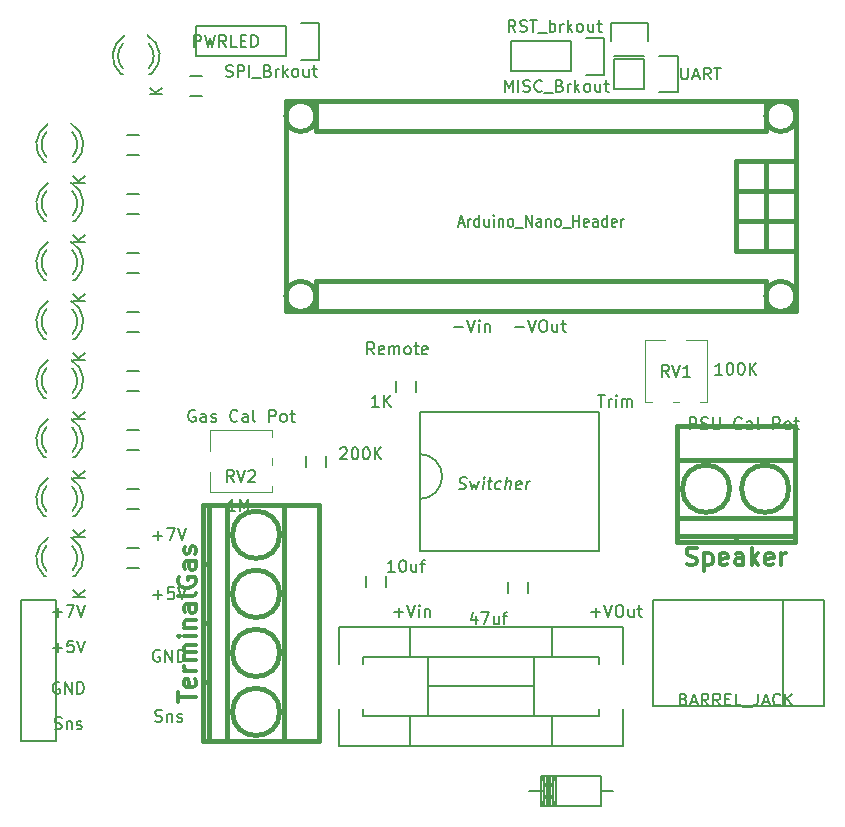
<source format=gto>
G04 #@! TF.GenerationSoftware,KiCad,Pcbnew,5.0.0-rc2*
G04 #@! TF.CreationDate,2019-05-01T21:11:32-04:00*
G04 #@! TF.ProjectId,gassensor,67617373656E736F722E6B696361645F,rev?*
G04 #@! TF.SameCoordinates,Original*
G04 #@! TF.FileFunction,Legend,Top*
G04 #@! TF.FilePolarity,Positive*
%FSLAX46Y46*%
G04 Gerber Fmt 4.6, Leading zero omitted, Abs format (unit mm)*
G04 Created by KiCad (PCBNEW 5.0.0-rc2) date Wed May  1 21:11:32 2019*
%MOMM*%
%LPD*%
G01*
G04 APERTURE LIST*
%ADD10C,0.152400*%
%ADD11C,0.150000*%
%ADD12C,0.381000*%
%ADD13C,0.120000*%
%ADD14C,0.203200*%
%ADD15C,0.300000*%
G04 APERTURE END LIST*
D10*
X110838857Y-119791238D02*
X110983999Y-119839619D01*
X111225904Y-119839619D01*
X111322666Y-119791238D01*
X111371047Y-119742857D01*
X111419428Y-119646095D01*
X111419428Y-119549333D01*
X111371047Y-119452571D01*
X111322666Y-119404190D01*
X111225904Y-119355809D01*
X111032380Y-119307428D01*
X110935619Y-119259047D01*
X110887238Y-119210666D01*
X110838857Y-119113904D01*
X110838857Y-119017142D01*
X110887238Y-118920380D01*
X110935619Y-118872000D01*
X111032380Y-118823619D01*
X111274285Y-118823619D01*
X111419428Y-118872000D01*
X111854857Y-119162285D02*
X111854857Y-119839619D01*
X111854857Y-119259047D02*
X111903238Y-119210666D01*
X111999999Y-119162285D01*
X112145142Y-119162285D01*
X112241904Y-119210666D01*
X112290285Y-119307428D01*
X112290285Y-119839619D01*
X112725714Y-119791238D02*
X112822476Y-119839619D01*
X113015999Y-119839619D01*
X113112761Y-119791238D01*
X113161142Y-119694476D01*
X113161142Y-119646095D01*
X113112761Y-119549333D01*
X113015999Y-119500952D01*
X112870857Y-119500952D01*
X112774095Y-119452571D01*
X112725714Y-119355809D01*
X112725714Y-119307428D01*
X112774095Y-119210666D01*
X112870857Y-119162285D01*
X113015999Y-119162285D01*
X113112761Y-119210666D01*
X111225904Y-113792000D02*
X111129142Y-113743619D01*
X110983999Y-113743619D01*
X110838857Y-113792000D01*
X110742095Y-113888761D01*
X110693714Y-113985523D01*
X110645333Y-114179047D01*
X110645333Y-114324190D01*
X110693714Y-114517714D01*
X110742095Y-114614476D01*
X110838857Y-114711238D01*
X110983999Y-114759619D01*
X111080761Y-114759619D01*
X111225904Y-114711238D01*
X111274285Y-114662857D01*
X111274285Y-114324190D01*
X111080761Y-114324190D01*
X111709714Y-114759619D02*
X111709714Y-113743619D01*
X112290285Y-114759619D01*
X112290285Y-113743619D01*
X112774095Y-114759619D02*
X112774095Y-113743619D01*
X113015999Y-113743619D01*
X113161142Y-113792000D01*
X113257904Y-113888761D01*
X113306285Y-113985523D01*
X113354666Y-114179047D01*
X113354666Y-114324190D01*
X113306285Y-114517714D01*
X113257904Y-114614476D01*
X113161142Y-114711238D01*
X113015999Y-114759619D01*
X112774095Y-114759619D01*
X110693714Y-109072571D02*
X111467809Y-109072571D01*
X111080761Y-109459619D02*
X111080761Y-108685523D01*
X112435428Y-108443619D02*
X111951619Y-108443619D01*
X111903238Y-108927428D01*
X111951619Y-108879047D01*
X112048380Y-108830666D01*
X112290285Y-108830666D01*
X112387047Y-108879047D01*
X112435428Y-108927428D01*
X112483809Y-109024190D01*
X112483809Y-109266095D01*
X112435428Y-109362857D01*
X112387047Y-109411238D01*
X112290285Y-109459619D01*
X112048380Y-109459619D01*
X111951619Y-109411238D01*
X111903238Y-109362857D01*
X112774095Y-108443619D02*
X113112761Y-109459619D01*
X113451428Y-108443619D01*
X110693714Y-104072571D02*
X111467809Y-104072571D01*
X111080761Y-104459619D02*
X111080761Y-103685523D01*
X111854857Y-103443619D02*
X112532190Y-103443619D01*
X112096761Y-104459619D01*
X112774095Y-103443619D02*
X113112761Y-104459619D01*
X113451428Y-103443619D01*
X156107190Y-95074619D02*
X156107190Y-94058619D01*
X156494238Y-94058619D01*
X156590999Y-94107000D01*
X156639380Y-94155380D01*
X156687761Y-94252142D01*
X156687761Y-94397285D01*
X156639380Y-94494047D01*
X156590999Y-94542428D01*
X156494238Y-94590809D01*
X156107190Y-94590809D01*
X157074809Y-95026238D02*
X157219952Y-95074619D01*
X157461857Y-95074619D01*
X157558619Y-95026238D01*
X157606999Y-94977857D01*
X157655380Y-94881095D01*
X157655380Y-94784333D01*
X157606999Y-94687571D01*
X157558619Y-94639190D01*
X157461857Y-94590809D01*
X157268333Y-94542428D01*
X157171571Y-94494047D01*
X157123190Y-94445666D01*
X157074809Y-94348904D01*
X157074809Y-94252142D01*
X157123190Y-94155380D01*
X157171571Y-94107000D01*
X157268333Y-94058619D01*
X157510238Y-94058619D01*
X157655380Y-94107000D01*
X158090809Y-94058619D02*
X158090809Y-94881095D01*
X158139190Y-94977857D01*
X158187571Y-95026238D01*
X158284333Y-95074619D01*
X158477857Y-95074619D01*
X158574619Y-95026238D01*
X158622999Y-94977857D01*
X158671380Y-94881095D01*
X158671380Y-94058619D01*
X160509857Y-94977857D02*
X160461476Y-95026238D01*
X160316333Y-95074619D01*
X160219571Y-95074619D01*
X160074428Y-95026238D01*
X159977666Y-94929476D01*
X159929285Y-94832714D01*
X159880904Y-94639190D01*
X159880904Y-94494047D01*
X159929285Y-94300523D01*
X159977666Y-94203761D01*
X160074428Y-94107000D01*
X160219571Y-94058619D01*
X160316333Y-94058619D01*
X160461476Y-94107000D01*
X160509857Y-94155380D01*
X161380714Y-95074619D02*
X161380714Y-94542428D01*
X161332333Y-94445666D01*
X161235571Y-94397285D01*
X161042047Y-94397285D01*
X160945285Y-94445666D01*
X161380714Y-95026238D02*
X161283952Y-95074619D01*
X161042047Y-95074619D01*
X160945285Y-95026238D01*
X160896904Y-94929476D01*
X160896904Y-94832714D01*
X160945285Y-94735952D01*
X161042047Y-94687571D01*
X161283952Y-94687571D01*
X161380714Y-94639190D01*
X162009666Y-95074619D02*
X161912904Y-95026238D01*
X161864523Y-94929476D01*
X161864523Y-94058619D01*
X163170809Y-95074619D02*
X163170809Y-94058619D01*
X163557857Y-94058619D01*
X163654619Y-94107000D01*
X163702999Y-94155380D01*
X163751380Y-94252142D01*
X163751380Y-94397285D01*
X163702999Y-94494047D01*
X163654619Y-94542428D01*
X163557857Y-94590809D01*
X163170809Y-94590809D01*
X164331952Y-95074619D02*
X164235190Y-95026238D01*
X164186809Y-94977857D01*
X164138428Y-94881095D01*
X164138428Y-94590809D01*
X164186809Y-94494047D01*
X164235190Y-94445666D01*
X164331952Y-94397285D01*
X164477095Y-94397285D01*
X164573857Y-94445666D01*
X164622238Y-94494047D01*
X164670619Y-94590809D01*
X164670619Y-94881095D01*
X164622238Y-94977857D01*
X164573857Y-95026238D01*
X164477095Y-95074619D01*
X164331952Y-95074619D01*
X164960904Y-94397285D02*
X165347952Y-94397285D01*
X165106047Y-94058619D02*
X165106047Y-94929476D01*
X165154428Y-95026238D01*
X165251190Y-95074619D01*
X165347952Y-95074619D01*
X114239523Y-93472000D02*
X114142761Y-93423619D01*
X113997619Y-93423619D01*
X113852476Y-93472000D01*
X113755714Y-93568761D01*
X113707333Y-93665523D01*
X113658952Y-93859047D01*
X113658952Y-94004190D01*
X113707333Y-94197714D01*
X113755714Y-94294476D01*
X113852476Y-94391238D01*
X113997619Y-94439619D01*
X114094380Y-94439619D01*
X114239523Y-94391238D01*
X114287904Y-94342857D01*
X114287904Y-94004190D01*
X114094380Y-94004190D01*
X115158761Y-94439619D02*
X115158761Y-93907428D01*
X115110380Y-93810666D01*
X115013619Y-93762285D01*
X114820095Y-93762285D01*
X114723333Y-93810666D01*
X115158761Y-94391238D02*
X115061999Y-94439619D01*
X114820095Y-94439619D01*
X114723333Y-94391238D01*
X114674952Y-94294476D01*
X114674952Y-94197714D01*
X114723333Y-94100952D01*
X114820095Y-94052571D01*
X115061999Y-94052571D01*
X115158761Y-94004190D01*
X115594190Y-94391238D02*
X115690952Y-94439619D01*
X115884476Y-94439619D01*
X115981238Y-94391238D01*
X116029619Y-94294476D01*
X116029619Y-94246095D01*
X115981238Y-94149333D01*
X115884476Y-94100952D01*
X115739333Y-94100952D01*
X115642571Y-94052571D01*
X115594190Y-93955809D01*
X115594190Y-93907428D01*
X115642571Y-93810666D01*
X115739333Y-93762285D01*
X115884476Y-93762285D01*
X115981238Y-93810666D01*
X117819714Y-94342857D02*
X117771333Y-94391238D01*
X117626190Y-94439619D01*
X117529428Y-94439619D01*
X117384285Y-94391238D01*
X117287523Y-94294476D01*
X117239142Y-94197714D01*
X117190761Y-94004190D01*
X117190761Y-93859047D01*
X117239142Y-93665523D01*
X117287523Y-93568761D01*
X117384285Y-93472000D01*
X117529428Y-93423619D01*
X117626190Y-93423619D01*
X117771333Y-93472000D01*
X117819714Y-93520380D01*
X118690571Y-94439619D02*
X118690571Y-93907428D01*
X118642190Y-93810666D01*
X118545428Y-93762285D01*
X118351904Y-93762285D01*
X118255142Y-93810666D01*
X118690571Y-94391238D02*
X118593809Y-94439619D01*
X118351904Y-94439619D01*
X118255142Y-94391238D01*
X118206761Y-94294476D01*
X118206761Y-94197714D01*
X118255142Y-94100952D01*
X118351904Y-94052571D01*
X118593809Y-94052571D01*
X118690571Y-94004190D01*
X119319523Y-94439619D02*
X119222761Y-94391238D01*
X119174380Y-94294476D01*
X119174380Y-93423619D01*
X120480666Y-94439619D02*
X120480666Y-93423619D01*
X120867714Y-93423619D01*
X120964476Y-93472000D01*
X121012857Y-93520380D01*
X121061238Y-93617142D01*
X121061238Y-93762285D01*
X121012857Y-93859047D01*
X120964476Y-93907428D01*
X120867714Y-93955809D01*
X120480666Y-93955809D01*
X121641809Y-94439619D02*
X121545047Y-94391238D01*
X121496666Y-94342857D01*
X121448285Y-94246095D01*
X121448285Y-93955809D01*
X121496666Y-93859047D01*
X121545047Y-93810666D01*
X121641809Y-93762285D01*
X121786952Y-93762285D01*
X121883714Y-93810666D01*
X121932095Y-93859047D01*
X121980476Y-93955809D01*
X121980476Y-94246095D01*
X121932095Y-94342857D01*
X121883714Y-94391238D01*
X121786952Y-94439619D01*
X121641809Y-94439619D01*
X122270761Y-93762285D02*
X122657809Y-93762285D01*
X122415904Y-93423619D02*
X122415904Y-94294476D01*
X122464285Y-94391238D01*
X122561047Y-94439619D01*
X122657809Y-94439619D01*
D11*
G04 #@! TO.C,C1*
X128690000Y-107450000D02*
X128690000Y-108450000D01*
X130390000Y-108450000D02*
X130390000Y-107450000D01*
G04 #@! TO.C,C2*
X140755000Y-107958000D02*
X140755000Y-108958000D01*
X142455000Y-108958000D02*
X142455000Y-107958000D01*
G04 #@! TO.C,CON1*
X164000500Y-118500880D02*
X164000500Y-109499120D01*
X167500620Y-118500880D02*
X167500620Y-109499120D01*
X167500620Y-109499120D02*
X152999760Y-109499120D01*
X152999760Y-109499120D02*
X152999760Y-118500880D01*
X152999760Y-118500880D02*
X167500620Y-118500880D01*
G04 #@! TO.C,D1*
X148590000Y-125727460D02*
X149606000Y-125727460D01*
X143764000Y-125727460D02*
X142494000Y-125727460D01*
X144018000Y-124457460D02*
X144018000Y-126997460D01*
X144272000Y-124457460D02*
X144272000Y-126997460D01*
X144526000Y-124457460D02*
X144526000Y-126997460D01*
X143764000Y-124457460D02*
X143764000Y-126997460D01*
X144780000Y-124457460D02*
X143510000Y-126997460D01*
X143510000Y-124457460D02*
X144780000Y-126997460D01*
X144780000Y-124457460D02*
X144780000Y-126997460D01*
X144145000Y-124457460D02*
X144145000Y-126997460D01*
X143510000Y-126997460D02*
X143510000Y-124457460D01*
X143510000Y-124457460D02*
X148590000Y-124457460D01*
X148590000Y-124457460D02*
X148590000Y-126997460D01*
X148590000Y-126997460D02*
X143510000Y-126997460D01*
G04 #@! TO.C,D2*
X110534000Y-64969000D02*
X110334000Y-64969000D01*
X107940000Y-64969000D02*
X108120000Y-64969000D01*
X108250357Y-61741256D02*
G75*
G03X107934000Y-64969000I1003643J-1727744D01*
G01*
X108120932Y-62416994D02*
G75*
G03X108120000Y-64520000I1133068J-1052006D01*
G01*
X110560726Y-64956220D02*
G75*
G03X110214000Y-61719000I-1306726J1497220D01*
G01*
X110333253Y-64482889D02*
G75*
G03X110314000Y-62435000I-1079253J1013889D01*
G01*
G04 #@! TO.C,D3*
X104064000Y-72449000D02*
X103864000Y-72449000D01*
X101470000Y-72449000D02*
X101650000Y-72449000D01*
X101780357Y-69221256D02*
G75*
G03X101464000Y-72449000I1003643J-1727744D01*
G01*
X101650932Y-69896994D02*
G75*
G03X101650000Y-72000000I1133068J-1052006D01*
G01*
X104090726Y-72436220D02*
G75*
G03X103744000Y-69199000I-1306726J1497220D01*
G01*
X103863253Y-71962889D02*
G75*
G03X103844000Y-69915000I-1079253J1013889D01*
G01*
G04 #@! TO.C,D4*
X103863253Y-76962889D02*
G75*
G03X103844000Y-74915000I-1079253J1013889D01*
G01*
X104090726Y-77436220D02*
G75*
G03X103744000Y-74199000I-1306726J1497220D01*
G01*
X101650932Y-74896994D02*
G75*
G03X101650000Y-77000000I1133068J-1052006D01*
G01*
X101780357Y-74221256D02*
G75*
G03X101464000Y-77449000I1003643J-1727744D01*
G01*
X101470000Y-77449000D02*
X101650000Y-77449000D01*
X104064000Y-77449000D02*
X103864000Y-77449000D01*
G04 #@! TO.C,D5*
X104064000Y-82449000D02*
X103864000Y-82449000D01*
X101470000Y-82449000D02*
X101650000Y-82449000D01*
X101780357Y-79221256D02*
G75*
G03X101464000Y-82449000I1003643J-1727744D01*
G01*
X101650932Y-79896994D02*
G75*
G03X101650000Y-82000000I1133068J-1052006D01*
G01*
X104090726Y-82436220D02*
G75*
G03X103744000Y-79199000I-1306726J1497220D01*
G01*
X103863253Y-81962889D02*
G75*
G03X103844000Y-79915000I-1079253J1013889D01*
G01*
G04 #@! TO.C,D6*
X104064000Y-87449000D02*
X103864000Y-87449000D01*
X101470000Y-87449000D02*
X101650000Y-87449000D01*
X101780357Y-84221256D02*
G75*
G03X101464000Y-87449000I1003643J-1727744D01*
G01*
X101650932Y-84896994D02*
G75*
G03X101650000Y-87000000I1133068J-1052006D01*
G01*
X104090726Y-87436220D02*
G75*
G03X103744000Y-84199000I-1306726J1497220D01*
G01*
X103863253Y-86962889D02*
G75*
G03X103844000Y-84915000I-1079253J1013889D01*
G01*
G04 #@! TO.C,D7*
X103863253Y-91962889D02*
G75*
G03X103844000Y-89915000I-1079253J1013889D01*
G01*
X104090726Y-92436220D02*
G75*
G03X103744000Y-89199000I-1306726J1497220D01*
G01*
X101650932Y-89896994D02*
G75*
G03X101650000Y-92000000I1133068J-1052006D01*
G01*
X101780357Y-89221256D02*
G75*
G03X101464000Y-92449000I1003643J-1727744D01*
G01*
X101470000Y-92449000D02*
X101650000Y-92449000D01*
X104064000Y-92449000D02*
X103864000Y-92449000D01*
G04 #@! TO.C,D8*
X103863253Y-96962889D02*
G75*
G03X103844000Y-94915000I-1079253J1013889D01*
G01*
X104090726Y-97436220D02*
G75*
G03X103744000Y-94199000I-1306726J1497220D01*
G01*
X101650932Y-94896994D02*
G75*
G03X101650000Y-97000000I1133068J-1052006D01*
G01*
X101780357Y-94221256D02*
G75*
G03X101464000Y-97449000I1003643J-1727744D01*
G01*
X101470000Y-97449000D02*
X101650000Y-97449000D01*
X104064000Y-97449000D02*
X103864000Y-97449000D01*
G04 #@! TO.C,D9*
X103863253Y-101962889D02*
G75*
G03X103844000Y-99915000I-1079253J1013889D01*
G01*
X104090726Y-102436220D02*
G75*
G03X103744000Y-99199000I-1306726J1497220D01*
G01*
X101650932Y-99896994D02*
G75*
G03X101650000Y-102000000I1133068J-1052006D01*
G01*
X101780357Y-99221256D02*
G75*
G03X101464000Y-102449000I1003643J-1727744D01*
G01*
X101470000Y-102449000D02*
X101650000Y-102449000D01*
X104064000Y-102449000D02*
X103864000Y-102449000D01*
G04 #@! TO.C,D10*
X103863253Y-107002889D02*
G75*
G03X103844000Y-104955000I-1079253J1013889D01*
G01*
X104090726Y-107476220D02*
G75*
G03X103744000Y-104239000I-1306726J1497220D01*
G01*
X101650932Y-104936994D02*
G75*
G03X101650000Y-107040000I1133068J-1052006D01*
G01*
X101780357Y-104261256D02*
G75*
G03X101464000Y-107489000I1003643J-1727744D01*
G01*
X101470000Y-107489000D02*
X101650000Y-107489000D01*
X104064000Y-107489000D02*
X103864000Y-107489000D01*
G04 #@! TO.C,F1*
X132430520Y-114340640D02*
X132430520Y-111838740D01*
X132430520Y-121841260D02*
X132430520Y-119339360D01*
X144429480Y-121841260D02*
X144429480Y-119339360D01*
X144429480Y-111838740D02*
X144429480Y-114340640D01*
X133929120Y-116840000D02*
X142930880Y-116840000D01*
X133929120Y-114340640D02*
X133929120Y-119339360D01*
X142930880Y-114340640D02*
X142930880Y-119339360D01*
X148429980Y-114940080D02*
X148429980Y-114340640D01*
X128430020Y-118739920D02*
X128430020Y-119339360D01*
X128430020Y-119339360D02*
X148429980Y-119339360D01*
X148429980Y-119339360D02*
X148429980Y-118739920D01*
X148429980Y-114340640D02*
X128430020Y-114340640D01*
X128430020Y-114340640D02*
X128430020Y-114940080D01*
X150428960Y-114940080D02*
X150428960Y-111838740D01*
X126431040Y-118739920D02*
X126431040Y-121841260D01*
X126431040Y-121841260D02*
X150428960Y-121841260D01*
X150428960Y-121841260D02*
X150428960Y-118739920D01*
X150428960Y-111838740D02*
X126431040Y-111838740D01*
X126431040Y-111838740D02*
X126431040Y-114940080D01*
D12*
G04 #@! TO.C,J1*
X160020000Y-77470000D02*
X165100000Y-77470000D01*
X160020000Y-74930000D02*
X165100000Y-74930000D01*
X162560000Y-80010000D02*
X162560000Y-72390000D01*
X165100000Y-80010000D02*
X160020000Y-80010000D01*
X160020000Y-80010000D02*
X160020000Y-72390000D01*
X160020000Y-72390000D02*
X165100000Y-72390000D01*
X121920000Y-85090000D02*
X165100000Y-85090000D01*
X165100000Y-67310000D02*
X121920000Y-67310000D01*
X165100000Y-67310000D02*
X165100000Y-85090000D01*
X121920000Y-67310000D02*
X121920000Y-85090000D01*
X165100000Y-83820000D02*
G75*
G03X165100000Y-83820000I-1270000J0D01*
G01*
X165100000Y-68580000D02*
G75*
G03X165100000Y-68580000I-1270000J0D01*
G01*
X124460000Y-83820000D02*
G75*
G03X124460000Y-83820000I-1270000J0D01*
G01*
X124460000Y-68580000D02*
G75*
G03X124460000Y-68580000I-1270000J0D01*
G01*
X124460000Y-82550000D02*
X162560000Y-82550000D01*
X162560000Y-69850000D02*
X124460000Y-69850000D01*
X124460000Y-67310000D02*
X124460000Y-69850000D01*
X124460000Y-82550000D02*
X124460000Y-85090000D01*
X162560000Y-85090000D02*
X162560000Y-82550000D01*
X162560000Y-67310000D02*
X162560000Y-69850000D01*
G04 #@! TO.C,LS1*
X160000000Y-104100000D02*
X160000000Y-104600000D01*
X164500000Y-100100000D02*
G75*
G03X164500000Y-100100000I-2000000J0D01*
G01*
X159500000Y-100100000D02*
G75*
G03X159500000Y-100100000I-2000000J0D01*
G01*
X155000000Y-102600000D02*
X165000000Y-102600000D01*
X155000000Y-97700000D02*
X165000000Y-97700000D01*
X155000000Y-104100000D02*
X165000000Y-104100000D01*
X155000000Y-104600000D02*
X165000000Y-104600000D01*
X165000000Y-104600000D02*
X165000000Y-94800000D01*
X165000000Y-94800000D02*
X155000000Y-94800000D01*
X155000000Y-94800000D02*
X155000000Y-104600000D01*
D11*
G04 #@! TO.C,P1*
X133250000Y-105410000D02*
X148450000Y-105410000D01*
X148450000Y-105410000D02*
X148450000Y-93610000D01*
X133250000Y-105410000D02*
X133250000Y-93610000D01*
X133250000Y-93610000D02*
X148450000Y-93610000D01*
X133250000Y-97155000D02*
G75*
G02X135155000Y-99060000I0J-1905000D01*
G01*
X135155000Y-99060000D02*
G75*
G02X133250000Y-100965000I-1905000J0D01*
G01*
G04 #@! TO.C,P3*
X152550000Y-60680000D02*
X152550000Y-62230000D01*
X149450000Y-62230000D02*
X149450000Y-60680000D01*
X149450000Y-60680000D02*
X152550000Y-60680000D01*
X149730000Y-63500000D02*
X152270000Y-63500000D01*
G04 #@! TO.C,P6*
X146050000Y-62230000D02*
X140970000Y-62230000D01*
X140970000Y-62230000D02*
X140970000Y-64770000D01*
X140970000Y-64770000D02*
X146050000Y-64770000D01*
X148870000Y-65050000D02*
X147320000Y-65050000D01*
X146050000Y-64770000D02*
X146050000Y-62230000D01*
X147320000Y-61950000D02*
X148870000Y-61950000D01*
X148870000Y-61950000D02*
X148870000Y-65050000D01*
G04 #@! TO.C,P7*
X152270000Y-66270000D02*
X149730000Y-66270000D01*
X155090000Y-66550000D02*
X153540000Y-66550000D01*
X152270000Y-66270000D02*
X152270000Y-63730000D01*
X153540000Y-63450000D02*
X155090000Y-63450000D01*
X155090000Y-63450000D02*
X155090000Y-66550000D01*
X152270000Y-63730000D02*
X149730000Y-63730000D01*
X149730000Y-63730000D02*
X149730000Y-66270000D01*
G04 #@! TO.C,P8*
X121920000Y-60960000D02*
X114300000Y-60960000D01*
X121920000Y-63500000D02*
X114300000Y-63500000D01*
X124740000Y-63780000D02*
X123190000Y-63780000D01*
X114300000Y-60960000D02*
X114300000Y-63500000D01*
X121920000Y-63500000D02*
X121920000Y-60960000D01*
X123190000Y-60680000D02*
X124740000Y-60680000D01*
X124740000Y-60680000D02*
X124740000Y-63780000D01*
G04 #@! TO.C,R1*
X132930000Y-91940000D02*
X132930000Y-90940000D01*
X131230000Y-90940000D02*
X131230000Y-91940000D01*
G04 #@! TO.C,R2*
X113800000Y-66890000D02*
X114800000Y-66890000D01*
X114800000Y-65190000D02*
X113800000Y-65190000D01*
G04 #@! TO.C,R3*
X109500000Y-70150000D02*
X108500000Y-70150000D01*
X108500000Y-71850000D02*
X109500000Y-71850000D01*
G04 #@! TO.C,R4*
X108500000Y-76850000D02*
X109500000Y-76850000D01*
X109500000Y-75150000D02*
X108500000Y-75150000D01*
G04 #@! TO.C,R5*
X109500000Y-80150000D02*
X108500000Y-80150000D01*
X108500000Y-81850000D02*
X109500000Y-81850000D01*
G04 #@! TO.C,R6*
X108500000Y-86850000D02*
X109500000Y-86850000D01*
X109500000Y-85150000D02*
X108500000Y-85150000D01*
G04 #@! TO.C,R7*
X109500000Y-90150000D02*
X108500000Y-90150000D01*
X108500000Y-91850000D02*
X109500000Y-91850000D01*
G04 #@! TO.C,R8*
X109500000Y-95150000D02*
X108500000Y-95150000D01*
X108500000Y-96850000D02*
X109500000Y-96850000D01*
G04 #@! TO.C,R9*
X109500000Y-100150000D02*
X108500000Y-100150000D01*
X108500000Y-101850000D02*
X109500000Y-101850000D01*
G04 #@! TO.C,R10*
X108500000Y-106850000D02*
X109500000Y-106850000D01*
X109500000Y-105150000D02*
X108500000Y-105150000D01*
D13*
G04 #@! TO.C,RV1*
X157560000Y-87550000D02*
X157560000Y-92790000D01*
X152320000Y-87550000D02*
X152320000Y-92790000D01*
X157560000Y-87550000D02*
X155830000Y-87550000D01*
X154050000Y-87550000D02*
X152320000Y-87550000D01*
X157560000Y-92790000D02*
X156979000Y-92790000D01*
X155200000Y-92790000D02*
X154680000Y-92790000D01*
X152900000Y-92790000D02*
X152320000Y-92790000D01*
D11*
G04 #@! TO.C,R13*
X123610000Y-97290000D02*
X123610000Y-98290000D01*
X125310000Y-98290000D02*
X125310000Y-97290000D01*
D13*
G04 #@! TO.C,RV2*
X115490000Y-95170000D02*
X120730000Y-95170000D01*
X115490000Y-100410000D02*
X120730000Y-100410000D01*
X115490000Y-95170000D02*
X115490000Y-96900000D01*
X115490000Y-98680000D02*
X115490000Y-100410000D01*
X120730000Y-95170000D02*
X120730000Y-95751000D01*
X120730000Y-97530000D02*
X120730000Y-98050000D01*
X120730000Y-99830000D02*
X120730000Y-100410000D01*
D11*
G04 #@! TO.C,P9*
X99500000Y-109500000D02*
X99500000Y-119500000D01*
X99500000Y-121500000D02*
X102500000Y-121500000D01*
X102500000Y-119500000D02*
X102500000Y-109500000D01*
X102500000Y-109500000D02*
X99500000Y-109500000D01*
X102500000Y-121500000D02*
X102500000Y-119500000D01*
X99500000Y-119500000D02*
X99500000Y-121500000D01*
D12*
G04 #@! TO.C,P2*
X115400000Y-116500000D02*
X114900000Y-116500000D01*
X121400000Y-119000000D02*
G75*
G03X121400000Y-119000000I-2000000J0D01*
G01*
X121400000Y-114000000D02*
G75*
G03X121400000Y-114000000I-2000000J0D01*
G01*
X115400000Y-111500000D02*
X114900000Y-111500000D01*
X115400000Y-106500000D02*
X114900000Y-106500000D01*
X121400000Y-109000000D02*
G75*
G03X121400000Y-109000000I-2000000J0D01*
G01*
X121400000Y-104000000D02*
G75*
G03X121400000Y-104000000I-2000000J0D01*
G01*
X116900000Y-101500000D02*
X116900000Y-121500000D01*
X121800000Y-101500000D02*
X121800000Y-121500000D01*
X115400000Y-101500000D02*
X115400000Y-121500000D01*
X114900000Y-101500000D02*
X114900000Y-121500000D01*
X114900000Y-121500000D02*
X124700000Y-121500000D01*
X124700000Y-121500000D02*
X124700000Y-101500000D01*
X124700000Y-101500000D02*
X114900000Y-101500000D01*
G04 #@! TO.C,C1*
D11*
X131151428Y-107132380D02*
X130579999Y-107132380D01*
X130865714Y-107132380D02*
X130865714Y-106132380D01*
X130770476Y-106275238D01*
X130675238Y-106370476D01*
X130579999Y-106418095D01*
X131770476Y-106132380D02*
X131865714Y-106132380D01*
X131960952Y-106180000D01*
X132008571Y-106227619D01*
X132056190Y-106322857D01*
X132103809Y-106513333D01*
X132103809Y-106751428D01*
X132056190Y-106941904D01*
X132008571Y-107037142D01*
X131960952Y-107084761D01*
X131865714Y-107132380D01*
X131770476Y-107132380D01*
X131675238Y-107084761D01*
X131627619Y-107037142D01*
X131579999Y-106941904D01*
X131532380Y-106751428D01*
X131532380Y-106513333D01*
X131579999Y-106322857D01*
X131627619Y-106227619D01*
X131675238Y-106180000D01*
X131770476Y-106132380D01*
X132960952Y-106465714D02*
X132960952Y-107132380D01*
X132532380Y-106465714D02*
X132532380Y-106989523D01*
X132579999Y-107084761D01*
X132675238Y-107132380D01*
X132818095Y-107132380D01*
X132913333Y-107084761D01*
X132960952Y-107037142D01*
X133294285Y-106465714D02*
X133675238Y-106465714D01*
X133437142Y-107132380D02*
X133437142Y-106275238D01*
X133484761Y-106180000D01*
X133579999Y-106132380D01*
X133675238Y-106132380D01*
G04 #@! TO.C,C2*
X138041190Y-110910714D02*
X138041190Y-111577380D01*
X137803095Y-110529761D02*
X137565000Y-111244047D01*
X138184047Y-111244047D01*
X138469761Y-110577380D02*
X139136428Y-110577380D01*
X138707857Y-111577380D01*
X139945952Y-110910714D02*
X139945952Y-111577380D01*
X139517380Y-110910714D02*
X139517380Y-111434523D01*
X139565000Y-111529761D01*
X139660238Y-111577380D01*
X139803095Y-111577380D01*
X139898333Y-111529761D01*
X139945952Y-111482142D01*
X140279285Y-110910714D02*
X140660238Y-110910714D01*
X140422142Y-111577380D02*
X140422142Y-110720238D01*
X140469761Y-110625000D01*
X140565000Y-110577380D01*
X140660238Y-110577380D01*
G04 #@! TO.C,CON1*
X155595238Y-117928571D02*
X155738095Y-117976190D01*
X155785714Y-118023809D01*
X155833333Y-118119047D01*
X155833333Y-118261904D01*
X155785714Y-118357142D01*
X155738095Y-118404761D01*
X155642857Y-118452380D01*
X155261904Y-118452380D01*
X155261904Y-117452380D01*
X155595238Y-117452380D01*
X155690476Y-117500000D01*
X155738095Y-117547619D01*
X155785714Y-117642857D01*
X155785714Y-117738095D01*
X155738095Y-117833333D01*
X155690476Y-117880952D01*
X155595238Y-117928571D01*
X155261904Y-117928571D01*
X156214285Y-118166666D02*
X156690476Y-118166666D01*
X156119047Y-118452380D02*
X156452380Y-117452380D01*
X156785714Y-118452380D01*
X157690476Y-118452380D02*
X157357142Y-117976190D01*
X157119047Y-118452380D02*
X157119047Y-117452380D01*
X157499999Y-117452380D01*
X157595238Y-117500000D01*
X157642857Y-117547619D01*
X157690476Y-117642857D01*
X157690476Y-117785714D01*
X157642857Y-117880952D01*
X157595238Y-117928571D01*
X157499999Y-117976190D01*
X157119047Y-117976190D01*
X158690476Y-118452380D02*
X158357142Y-117976190D01*
X158119047Y-118452380D02*
X158119047Y-117452380D01*
X158499999Y-117452380D01*
X158595238Y-117500000D01*
X158642857Y-117547619D01*
X158690476Y-117642857D01*
X158690476Y-117785714D01*
X158642857Y-117880952D01*
X158595238Y-117928571D01*
X158499999Y-117976190D01*
X158119047Y-117976190D01*
X159119047Y-117928571D02*
X159452380Y-117928571D01*
X159595238Y-118452380D02*
X159119047Y-118452380D01*
X159119047Y-117452380D01*
X159595238Y-117452380D01*
X160499999Y-118452380D02*
X160023809Y-118452380D01*
X160023809Y-117452380D01*
X160595238Y-118547619D02*
X161357142Y-118547619D01*
X161880952Y-117452380D02*
X161880952Y-118166666D01*
X161833333Y-118309523D01*
X161738095Y-118404761D01*
X161595238Y-118452380D01*
X161499999Y-118452380D01*
X162309523Y-118166666D02*
X162785714Y-118166666D01*
X162214285Y-118452380D02*
X162547619Y-117452380D01*
X162880952Y-118452380D01*
X163785714Y-118357142D02*
X163738095Y-118404761D01*
X163595238Y-118452380D01*
X163500000Y-118452380D01*
X163357142Y-118404761D01*
X163261904Y-118309523D01*
X163214285Y-118214285D01*
X163166666Y-118023809D01*
X163166666Y-117880952D01*
X163214285Y-117690476D01*
X163261904Y-117595238D01*
X163357142Y-117500000D01*
X163500000Y-117452380D01*
X163595238Y-117452380D01*
X163738095Y-117500000D01*
X163785714Y-117547619D01*
X164214285Y-118452380D02*
X164214285Y-117452380D01*
X164785714Y-118452380D02*
X164357142Y-117880952D01*
X164785714Y-117452380D02*
X164214285Y-118023809D01*
G04 #@! TO.C,D2*
X114149523Y-62682380D02*
X114149523Y-61682380D01*
X114530476Y-61682380D01*
X114625714Y-61730000D01*
X114673333Y-61777619D01*
X114720952Y-61872857D01*
X114720952Y-62015714D01*
X114673333Y-62110952D01*
X114625714Y-62158571D01*
X114530476Y-62206190D01*
X114149523Y-62206190D01*
X115054285Y-61682380D02*
X115292380Y-62682380D01*
X115482857Y-61968095D01*
X115673333Y-62682380D01*
X115911428Y-61682380D01*
X116863809Y-62682380D02*
X116530476Y-62206190D01*
X116292380Y-62682380D02*
X116292380Y-61682380D01*
X116673333Y-61682380D01*
X116768571Y-61730000D01*
X116816190Y-61777619D01*
X116863809Y-61872857D01*
X116863809Y-62015714D01*
X116816190Y-62110952D01*
X116768571Y-62158571D01*
X116673333Y-62206190D01*
X116292380Y-62206190D01*
X117768571Y-62682380D02*
X117292380Y-62682380D01*
X117292380Y-61682380D01*
X118101904Y-62158571D02*
X118435238Y-62158571D01*
X118578095Y-62682380D02*
X118101904Y-62682380D01*
X118101904Y-61682380D01*
X118578095Y-61682380D01*
X119006666Y-62682380D02*
X119006666Y-61682380D01*
X119244761Y-61682380D01*
X119387619Y-61730000D01*
X119482857Y-61825238D01*
X119530476Y-61920476D01*
X119578095Y-62110952D01*
X119578095Y-62253809D01*
X119530476Y-62444285D01*
X119482857Y-62539523D01*
X119387619Y-62634761D01*
X119244761Y-62682380D01*
X119006666Y-62682380D01*
X111412380Y-66721904D02*
X110412380Y-66721904D01*
X111412380Y-66150476D02*
X110840952Y-66579047D01*
X110412380Y-66150476D02*
X110983809Y-66721904D01*
G04 #@! TO.C,D3*
X104942380Y-74201904D02*
X103942380Y-74201904D01*
X104942380Y-73630476D02*
X104370952Y-74059047D01*
X103942380Y-73630476D02*
X104513809Y-74201904D01*
G04 #@! TO.C,D4*
X104942380Y-79201904D02*
X103942380Y-79201904D01*
X104942380Y-78630476D02*
X104370952Y-79059047D01*
X103942380Y-78630476D02*
X104513809Y-79201904D01*
G04 #@! TO.C,D5*
X104942380Y-84201904D02*
X103942380Y-84201904D01*
X104942380Y-83630476D02*
X104370952Y-84059047D01*
X103942380Y-83630476D02*
X104513809Y-84201904D01*
G04 #@! TO.C,D6*
X104942380Y-89201904D02*
X103942380Y-89201904D01*
X104942380Y-88630476D02*
X104370952Y-89059047D01*
X103942380Y-88630476D02*
X104513809Y-89201904D01*
G04 #@! TO.C,D7*
X104942380Y-94201904D02*
X103942380Y-94201904D01*
X104942380Y-93630476D02*
X104370952Y-94059047D01*
X103942380Y-93630476D02*
X104513809Y-94201904D01*
G04 #@! TO.C,D8*
X104942380Y-99201904D02*
X103942380Y-99201904D01*
X104942380Y-98630476D02*
X104370952Y-99059047D01*
X103942380Y-98630476D02*
X104513809Y-99201904D01*
G04 #@! TO.C,D9*
X104942380Y-104201904D02*
X103942380Y-104201904D01*
X104942380Y-103630476D02*
X104370952Y-104059047D01*
X103942380Y-103630476D02*
X104513809Y-104201904D01*
G04 #@! TO.C,D10*
X104942380Y-109241904D02*
X103942380Y-109241904D01*
X104942380Y-108670476D02*
X104370952Y-109099047D01*
X103942380Y-108670476D02*
X104513809Y-109241904D01*
G04 #@! TO.C,J1*
D14*
X136546166Y-77639333D02*
X136969500Y-77639333D01*
X136461500Y-77929619D02*
X136757833Y-76913619D01*
X137054166Y-77929619D01*
X137350500Y-77929619D02*
X137350500Y-77252285D01*
X137350500Y-77445809D02*
X137392833Y-77349047D01*
X137435166Y-77300666D01*
X137519833Y-77252285D01*
X137604500Y-77252285D01*
X138281833Y-77929619D02*
X138281833Y-76913619D01*
X138281833Y-77881238D02*
X138197166Y-77929619D01*
X138027833Y-77929619D01*
X137943166Y-77881238D01*
X137900833Y-77832857D01*
X137858500Y-77736095D01*
X137858500Y-77445809D01*
X137900833Y-77349047D01*
X137943166Y-77300666D01*
X138027833Y-77252285D01*
X138197166Y-77252285D01*
X138281833Y-77300666D01*
X139086166Y-77252285D02*
X139086166Y-77929619D01*
X138705166Y-77252285D02*
X138705166Y-77784476D01*
X138747500Y-77881238D01*
X138832166Y-77929619D01*
X138959166Y-77929619D01*
X139043833Y-77881238D01*
X139086166Y-77832857D01*
X139509500Y-77929619D02*
X139509500Y-77252285D01*
X139509500Y-76913619D02*
X139467166Y-76962000D01*
X139509500Y-77010380D01*
X139551833Y-76962000D01*
X139509500Y-76913619D01*
X139509500Y-77010380D01*
X139932833Y-77252285D02*
X139932833Y-77929619D01*
X139932833Y-77349047D02*
X139975166Y-77300666D01*
X140059833Y-77252285D01*
X140186833Y-77252285D01*
X140271500Y-77300666D01*
X140313833Y-77397428D01*
X140313833Y-77929619D01*
X140864166Y-77929619D02*
X140779500Y-77881238D01*
X140737166Y-77832857D01*
X140694833Y-77736095D01*
X140694833Y-77445809D01*
X140737166Y-77349047D01*
X140779500Y-77300666D01*
X140864166Y-77252285D01*
X140991166Y-77252285D01*
X141075833Y-77300666D01*
X141118166Y-77349047D01*
X141160500Y-77445809D01*
X141160500Y-77736095D01*
X141118166Y-77832857D01*
X141075833Y-77881238D01*
X140991166Y-77929619D01*
X140864166Y-77929619D01*
X141329833Y-78026380D02*
X142007166Y-78026380D01*
X142218833Y-77929619D02*
X142218833Y-76913619D01*
X142726833Y-77929619D01*
X142726833Y-76913619D01*
X143531166Y-77929619D02*
X143531166Y-77397428D01*
X143488833Y-77300666D01*
X143404166Y-77252285D01*
X143234833Y-77252285D01*
X143150166Y-77300666D01*
X143531166Y-77881238D02*
X143446500Y-77929619D01*
X143234833Y-77929619D01*
X143150166Y-77881238D01*
X143107833Y-77784476D01*
X143107833Y-77687714D01*
X143150166Y-77590952D01*
X143234833Y-77542571D01*
X143446500Y-77542571D01*
X143531166Y-77494190D01*
X143954500Y-77252285D02*
X143954500Y-77929619D01*
X143954500Y-77349047D02*
X143996833Y-77300666D01*
X144081500Y-77252285D01*
X144208500Y-77252285D01*
X144293166Y-77300666D01*
X144335500Y-77397428D01*
X144335500Y-77929619D01*
X144885833Y-77929619D02*
X144801166Y-77881238D01*
X144758833Y-77832857D01*
X144716500Y-77736095D01*
X144716500Y-77445809D01*
X144758833Y-77349047D01*
X144801166Y-77300666D01*
X144885833Y-77252285D01*
X145012833Y-77252285D01*
X145097500Y-77300666D01*
X145139833Y-77349047D01*
X145182166Y-77445809D01*
X145182166Y-77736095D01*
X145139833Y-77832857D01*
X145097500Y-77881238D01*
X145012833Y-77929619D01*
X144885833Y-77929619D01*
X145351500Y-78026380D02*
X146028833Y-78026380D01*
X146240500Y-77929619D02*
X146240500Y-76913619D01*
X146240500Y-77397428D02*
X146748500Y-77397428D01*
X146748500Y-77929619D02*
X146748500Y-76913619D01*
X147510500Y-77881238D02*
X147425833Y-77929619D01*
X147256500Y-77929619D01*
X147171833Y-77881238D01*
X147129500Y-77784476D01*
X147129500Y-77397428D01*
X147171833Y-77300666D01*
X147256500Y-77252285D01*
X147425833Y-77252285D01*
X147510500Y-77300666D01*
X147552833Y-77397428D01*
X147552833Y-77494190D01*
X147129500Y-77590952D01*
X148314833Y-77929619D02*
X148314833Y-77397428D01*
X148272500Y-77300666D01*
X148187833Y-77252285D01*
X148018500Y-77252285D01*
X147933833Y-77300666D01*
X148314833Y-77881238D02*
X148230166Y-77929619D01*
X148018500Y-77929619D01*
X147933833Y-77881238D01*
X147891500Y-77784476D01*
X147891500Y-77687714D01*
X147933833Y-77590952D01*
X148018500Y-77542571D01*
X148230166Y-77542571D01*
X148314833Y-77494190D01*
X149119166Y-77929619D02*
X149119166Y-76913619D01*
X149119166Y-77881238D02*
X149034500Y-77929619D01*
X148865166Y-77929619D01*
X148780500Y-77881238D01*
X148738166Y-77832857D01*
X148695833Y-77736095D01*
X148695833Y-77445809D01*
X148738166Y-77349047D01*
X148780500Y-77300666D01*
X148865166Y-77252285D01*
X149034500Y-77252285D01*
X149119166Y-77300666D01*
X149881166Y-77881238D02*
X149796500Y-77929619D01*
X149627166Y-77929619D01*
X149542500Y-77881238D01*
X149500166Y-77784476D01*
X149500166Y-77397428D01*
X149542500Y-77300666D01*
X149627166Y-77252285D01*
X149796500Y-77252285D01*
X149881166Y-77300666D01*
X149923500Y-77397428D01*
X149923500Y-77494190D01*
X149500166Y-77590952D01*
X150304500Y-77929619D02*
X150304500Y-77252285D01*
X150304500Y-77445809D02*
X150346833Y-77349047D01*
X150389166Y-77300666D01*
X150473833Y-77252285D01*
X150558500Y-77252285D01*
G04 #@! TO.C,LS1*
D15*
X155857142Y-106507142D02*
X156071428Y-106578571D01*
X156428571Y-106578571D01*
X156571428Y-106507142D01*
X156642857Y-106435714D01*
X156714285Y-106292857D01*
X156714285Y-106150000D01*
X156642857Y-106007142D01*
X156571428Y-105935714D01*
X156428571Y-105864285D01*
X156142857Y-105792857D01*
X155999999Y-105721428D01*
X155928571Y-105650000D01*
X155857142Y-105507142D01*
X155857142Y-105364285D01*
X155928571Y-105221428D01*
X155999999Y-105150000D01*
X156142857Y-105078571D01*
X156499999Y-105078571D01*
X156714285Y-105150000D01*
X157357142Y-105578571D02*
X157357142Y-107078571D01*
X157357142Y-105650000D02*
X157499999Y-105578571D01*
X157785714Y-105578571D01*
X157928571Y-105650000D01*
X157999999Y-105721428D01*
X158071428Y-105864285D01*
X158071428Y-106292857D01*
X157999999Y-106435714D01*
X157928571Y-106507142D01*
X157785714Y-106578571D01*
X157499999Y-106578571D01*
X157357142Y-106507142D01*
X159285714Y-106507142D02*
X159142857Y-106578571D01*
X158857142Y-106578571D01*
X158714285Y-106507142D01*
X158642857Y-106364285D01*
X158642857Y-105792857D01*
X158714285Y-105650000D01*
X158857142Y-105578571D01*
X159142857Y-105578571D01*
X159285714Y-105650000D01*
X159357142Y-105792857D01*
X159357142Y-105935714D01*
X158642857Y-106078571D01*
X160642857Y-106578571D02*
X160642857Y-105792857D01*
X160571428Y-105650000D01*
X160428571Y-105578571D01*
X160142857Y-105578571D01*
X159999999Y-105650000D01*
X160642857Y-106507142D02*
X160499999Y-106578571D01*
X160142857Y-106578571D01*
X159999999Y-106507142D01*
X159928571Y-106364285D01*
X159928571Y-106221428D01*
X159999999Y-106078571D01*
X160142857Y-106007142D01*
X160499999Y-106007142D01*
X160642857Y-105935714D01*
X161357142Y-106578571D02*
X161357142Y-105078571D01*
X161499999Y-106007142D02*
X161928571Y-106578571D01*
X161928571Y-105578571D02*
X161357142Y-106150000D01*
X163142857Y-106507142D02*
X162999999Y-106578571D01*
X162714285Y-106578571D01*
X162571428Y-106507142D01*
X162499999Y-106364285D01*
X162499999Y-105792857D01*
X162571428Y-105650000D01*
X162714285Y-105578571D01*
X162999999Y-105578571D01*
X163142857Y-105650000D01*
X163214285Y-105792857D01*
X163214285Y-105935714D01*
X162499999Y-106078571D01*
X163857142Y-106578571D02*
X163857142Y-105578571D01*
X163857142Y-105864285D02*
X163928571Y-105721428D01*
X163999999Y-105650000D01*
X164142857Y-105578571D01*
X164285714Y-105578571D01*
G04 #@! TO.C,P1*
D11*
X136553586Y-100099761D02*
X136690491Y-100147380D01*
X136928586Y-100147380D01*
X137029776Y-100099761D01*
X137083348Y-100052142D01*
X137142872Y-99956904D01*
X137154776Y-99861666D01*
X137119062Y-99766428D01*
X137077395Y-99718809D01*
X136988110Y-99671190D01*
X136803586Y-99623571D01*
X136714300Y-99575952D01*
X136672633Y-99528333D01*
X136636919Y-99433095D01*
X136648824Y-99337857D01*
X136708348Y-99242619D01*
X136761919Y-99195000D01*
X136863110Y-99147380D01*
X137101205Y-99147380D01*
X137238110Y-99195000D01*
X137535729Y-99480714D02*
X137642872Y-100147380D01*
X137892872Y-99671190D01*
X138023824Y-100147380D01*
X138297633Y-99480714D01*
X138595252Y-100147380D02*
X138678586Y-99480714D01*
X138720252Y-99147380D02*
X138666681Y-99195000D01*
X138708348Y-99242619D01*
X138761919Y-99195000D01*
X138720252Y-99147380D01*
X138708348Y-99242619D01*
X139011919Y-99480714D02*
X139392872Y-99480714D01*
X139196443Y-99147380D02*
X139089300Y-100004523D01*
X139125014Y-100099761D01*
X139214300Y-100147380D01*
X139309538Y-100147380D01*
X140077395Y-100099761D02*
X139976205Y-100147380D01*
X139785729Y-100147380D01*
X139696443Y-100099761D01*
X139654776Y-100052142D01*
X139619062Y-99956904D01*
X139654776Y-99671190D01*
X139714300Y-99575952D01*
X139767872Y-99528333D01*
X139869062Y-99480714D01*
X140059538Y-99480714D01*
X140148824Y-99528333D01*
X140500014Y-100147380D02*
X140625014Y-99147380D01*
X140928586Y-100147380D02*
X140994062Y-99623571D01*
X140958348Y-99528333D01*
X140869062Y-99480714D01*
X140726205Y-99480714D01*
X140625014Y-99528333D01*
X140571443Y-99575952D01*
X141791681Y-100099761D02*
X141690491Y-100147380D01*
X141500014Y-100147380D01*
X141410729Y-100099761D01*
X141375014Y-100004523D01*
X141422633Y-99623571D01*
X141482157Y-99528333D01*
X141583348Y-99480714D01*
X141773824Y-99480714D01*
X141863110Y-99528333D01*
X141898824Y-99623571D01*
X141886919Y-99718809D01*
X141398824Y-99814047D01*
X142261919Y-100147380D02*
X142345252Y-99480714D01*
X142321443Y-99671190D02*
X142380967Y-99575952D01*
X142434538Y-99528333D01*
X142535729Y-99480714D01*
X142630967Y-99480714D01*
X131114999Y-110561428D02*
X131876904Y-110561428D01*
X131495952Y-110942380D02*
X131495952Y-110180476D01*
X132210238Y-109942380D02*
X132543571Y-110942380D01*
X132876904Y-109942380D01*
X133210238Y-110942380D02*
X133210238Y-110275714D01*
X133210238Y-109942380D02*
X133162619Y-109990000D01*
X133210238Y-110037619D01*
X133257857Y-109990000D01*
X133210238Y-109942380D01*
X133210238Y-110037619D01*
X133686428Y-110275714D02*
X133686428Y-110942380D01*
X133686428Y-110370952D02*
X133734047Y-110323333D01*
X133829285Y-110275714D01*
X133972142Y-110275714D01*
X134067380Y-110323333D01*
X134114999Y-110418571D01*
X134114999Y-110942380D01*
X147788571Y-110561428D02*
X148550476Y-110561428D01*
X148169523Y-110942380D02*
X148169523Y-110180476D01*
X148883809Y-109942380D02*
X149217142Y-110942380D01*
X149550476Y-109942380D01*
X150074285Y-109942380D02*
X150264761Y-109942380D01*
X150359999Y-109990000D01*
X150455238Y-110085238D01*
X150502857Y-110275714D01*
X150502857Y-110609047D01*
X150455238Y-110799523D01*
X150359999Y-110894761D01*
X150264761Y-110942380D01*
X150074285Y-110942380D01*
X149979047Y-110894761D01*
X149883809Y-110799523D01*
X149836190Y-110609047D01*
X149836190Y-110275714D01*
X149883809Y-110085238D01*
X149979047Y-109990000D01*
X150074285Y-109942380D01*
X151359999Y-110275714D02*
X151359999Y-110942380D01*
X150931428Y-110275714D02*
X150931428Y-110799523D01*
X150979047Y-110894761D01*
X151074285Y-110942380D01*
X151217142Y-110942380D01*
X151312380Y-110894761D01*
X151359999Y-110847142D01*
X151693333Y-110275714D02*
X152074285Y-110275714D01*
X151836190Y-109942380D02*
X151836190Y-110799523D01*
X151883809Y-110894761D01*
X151979047Y-110942380D01*
X152074285Y-110942380D01*
X148360000Y-92162380D02*
X148931428Y-92162380D01*
X148645714Y-93162380D02*
X148645714Y-92162380D01*
X149264761Y-93162380D02*
X149264761Y-92495714D01*
X149264761Y-92686190D02*
X149312380Y-92590952D01*
X149360000Y-92543333D01*
X149455238Y-92495714D01*
X149550476Y-92495714D01*
X149883809Y-93162380D02*
X149883809Y-92495714D01*
X149883809Y-92162380D02*
X149836190Y-92210000D01*
X149883809Y-92257619D01*
X149931428Y-92210000D01*
X149883809Y-92162380D01*
X149883809Y-92257619D01*
X150360000Y-93162380D02*
X150360000Y-92495714D01*
X150360000Y-92590952D02*
X150407619Y-92543333D01*
X150502857Y-92495714D01*
X150645714Y-92495714D01*
X150740952Y-92543333D01*
X150788571Y-92638571D01*
X150788571Y-93162380D01*
X150788571Y-92638571D02*
X150836190Y-92543333D01*
X150931428Y-92495714D01*
X151074285Y-92495714D01*
X151169523Y-92543333D01*
X151217142Y-92638571D01*
X151217142Y-93162380D01*
X129392619Y-88717380D02*
X129059285Y-88241190D01*
X128821190Y-88717380D02*
X128821190Y-87717380D01*
X129202142Y-87717380D01*
X129297380Y-87765000D01*
X129345000Y-87812619D01*
X129392619Y-87907857D01*
X129392619Y-88050714D01*
X129345000Y-88145952D01*
X129297380Y-88193571D01*
X129202142Y-88241190D01*
X128821190Y-88241190D01*
X130202142Y-88669761D02*
X130106904Y-88717380D01*
X129916428Y-88717380D01*
X129821190Y-88669761D01*
X129773571Y-88574523D01*
X129773571Y-88193571D01*
X129821190Y-88098333D01*
X129916428Y-88050714D01*
X130106904Y-88050714D01*
X130202142Y-88098333D01*
X130249761Y-88193571D01*
X130249761Y-88288809D01*
X129773571Y-88384047D01*
X130678333Y-88717380D02*
X130678333Y-88050714D01*
X130678333Y-88145952D02*
X130725952Y-88098333D01*
X130821190Y-88050714D01*
X130964047Y-88050714D01*
X131059285Y-88098333D01*
X131106904Y-88193571D01*
X131106904Y-88717380D01*
X131106904Y-88193571D02*
X131154523Y-88098333D01*
X131249761Y-88050714D01*
X131392619Y-88050714D01*
X131487857Y-88098333D01*
X131535476Y-88193571D01*
X131535476Y-88717380D01*
X132154523Y-88717380D02*
X132059285Y-88669761D01*
X132011666Y-88622142D01*
X131964047Y-88526904D01*
X131964047Y-88241190D01*
X132011666Y-88145952D01*
X132059285Y-88098333D01*
X132154523Y-88050714D01*
X132297380Y-88050714D01*
X132392619Y-88098333D01*
X132440238Y-88145952D01*
X132487857Y-88241190D01*
X132487857Y-88526904D01*
X132440238Y-88622142D01*
X132392619Y-88669761D01*
X132297380Y-88717380D01*
X132154523Y-88717380D01*
X132773571Y-88050714D02*
X133154523Y-88050714D01*
X132916428Y-87717380D02*
X132916428Y-88574523D01*
X132964047Y-88669761D01*
X133059285Y-88717380D01*
X133154523Y-88717380D01*
X133868809Y-88669761D02*
X133773571Y-88717380D01*
X133583095Y-88717380D01*
X133487857Y-88669761D01*
X133440238Y-88574523D01*
X133440238Y-88193571D01*
X133487857Y-88098333D01*
X133583095Y-88050714D01*
X133773571Y-88050714D01*
X133868809Y-88098333D01*
X133916428Y-88193571D01*
X133916428Y-88288809D01*
X133440238Y-88384047D01*
X141338571Y-86431428D02*
X142100476Y-86431428D01*
X142433809Y-85812380D02*
X142767142Y-86812380D01*
X143100476Y-85812380D01*
X143624285Y-85812380D02*
X143814761Y-85812380D01*
X143909999Y-85860000D01*
X144005238Y-85955238D01*
X144052857Y-86145714D01*
X144052857Y-86479047D01*
X144005238Y-86669523D01*
X143909999Y-86764761D01*
X143814761Y-86812380D01*
X143624285Y-86812380D01*
X143529047Y-86764761D01*
X143433809Y-86669523D01*
X143386190Y-86479047D01*
X143386190Y-86145714D01*
X143433809Y-85955238D01*
X143529047Y-85860000D01*
X143624285Y-85812380D01*
X144909999Y-86145714D02*
X144909999Y-86812380D01*
X144481428Y-86145714D02*
X144481428Y-86669523D01*
X144529047Y-86764761D01*
X144624285Y-86812380D01*
X144767142Y-86812380D01*
X144862380Y-86764761D01*
X144909999Y-86717142D01*
X145243333Y-86145714D02*
X145624285Y-86145714D01*
X145386190Y-85812380D02*
X145386190Y-86669523D01*
X145433809Y-86764761D01*
X145529047Y-86812380D01*
X145624285Y-86812380D01*
X136195000Y-86431428D02*
X136956904Y-86431428D01*
X137290238Y-85812380D02*
X137623571Y-86812380D01*
X137956904Y-85812380D01*
X138290238Y-86812380D02*
X138290238Y-86145714D01*
X138290238Y-85812380D02*
X138242619Y-85860000D01*
X138290238Y-85907619D01*
X138337857Y-85860000D01*
X138290238Y-85812380D01*
X138290238Y-85907619D01*
X138766428Y-86145714D02*
X138766428Y-86812380D01*
X138766428Y-86240952D02*
X138814047Y-86193333D01*
X138909285Y-86145714D01*
X139052142Y-86145714D01*
X139147380Y-86193333D01*
X139195000Y-86288571D01*
X139195000Y-86812380D01*
G04 #@! TO.C,P3*
X141364285Y-61412380D02*
X141030952Y-60936190D01*
X140792857Y-61412380D02*
X140792857Y-60412380D01*
X141173809Y-60412380D01*
X141269047Y-60460000D01*
X141316666Y-60507619D01*
X141364285Y-60602857D01*
X141364285Y-60745714D01*
X141316666Y-60840952D01*
X141269047Y-60888571D01*
X141173809Y-60936190D01*
X140792857Y-60936190D01*
X141745238Y-61364761D02*
X141888095Y-61412380D01*
X142126190Y-61412380D01*
X142221428Y-61364761D01*
X142269047Y-61317142D01*
X142316666Y-61221904D01*
X142316666Y-61126666D01*
X142269047Y-61031428D01*
X142221428Y-60983809D01*
X142126190Y-60936190D01*
X141935714Y-60888571D01*
X141840476Y-60840952D01*
X141792857Y-60793333D01*
X141745238Y-60698095D01*
X141745238Y-60602857D01*
X141792857Y-60507619D01*
X141840476Y-60460000D01*
X141935714Y-60412380D01*
X142173809Y-60412380D01*
X142316666Y-60460000D01*
X142602380Y-60412380D02*
X143173809Y-60412380D01*
X142888095Y-61412380D02*
X142888095Y-60412380D01*
X143269047Y-61507619D02*
X144030952Y-61507619D01*
X144269047Y-61412380D02*
X144269047Y-60412380D01*
X144269047Y-60793333D02*
X144364285Y-60745714D01*
X144554761Y-60745714D01*
X144650000Y-60793333D01*
X144697619Y-60840952D01*
X144745238Y-60936190D01*
X144745238Y-61221904D01*
X144697619Y-61317142D01*
X144650000Y-61364761D01*
X144554761Y-61412380D01*
X144364285Y-61412380D01*
X144269047Y-61364761D01*
X145173809Y-61412380D02*
X145173809Y-60745714D01*
X145173809Y-60936190D02*
X145221428Y-60840952D01*
X145269047Y-60793333D01*
X145364285Y-60745714D01*
X145459523Y-60745714D01*
X145792857Y-61412380D02*
X145792857Y-60412380D01*
X145888095Y-61031428D02*
X146173809Y-61412380D01*
X146173809Y-60745714D02*
X145792857Y-61126666D01*
X146745238Y-61412380D02*
X146650000Y-61364761D01*
X146602380Y-61317142D01*
X146554761Y-61221904D01*
X146554761Y-60936190D01*
X146602380Y-60840952D01*
X146650000Y-60793333D01*
X146745238Y-60745714D01*
X146888095Y-60745714D01*
X146983333Y-60793333D01*
X147030952Y-60840952D01*
X147078571Y-60936190D01*
X147078571Y-61221904D01*
X147030952Y-61317142D01*
X146983333Y-61364761D01*
X146888095Y-61412380D01*
X146745238Y-61412380D01*
X147935714Y-60745714D02*
X147935714Y-61412380D01*
X147507142Y-60745714D02*
X147507142Y-61269523D01*
X147554761Y-61364761D01*
X147650000Y-61412380D01*
X147792857Y-61412380D01*
X147888095Y-61364761D01*
X147935714Y-61317142D01*
X148269047Y-60745714D02*
X148650000Y-60745714D01*
X148411904Y-60412380D02*
X148411904Y-61269523D01*
X148459523Y-61364761D01*
X148554761Y-61412380D01*
X148650000Y-61412380D01*
G04 #@! TO.C,P6*
X140446666Y-66492380D02*
X140446666Y-65492380D01*
X140780000Y-66206666D01*
X141113333Y-65492380D01*
X141113333Y-66492380D01*
X141589523Y-66492380D02*
X141589523Y-65492380D01*
X142018095Y-66444761D02*
X142160952Y-66492380D01*
X142399047Y-66492380D01*
X142494285Y-66444761D01*
X142541904Y-66397142D01*
X142589523Y-66301904D01*
X142589523Y-66206666D01*
X142541904Y-66111428D01*
X142494285Y-66063809D01*
X142399047Y-66016190D01*
X142208571Y-65968571D01*
X142113333Y-65920952D01*
X142065714Y-65873333D01*
X142018095Y-65778095D01*
X142018095Y-65682857D01*
X142065714Y-65587619D01*
X142113333Y-65540000D01*
X142208571Y-65492380D01*
X142446666Y-65492380D01*
X142589523Y-65540000D01*
X143589523Y-66397142D02*
X143541904Y-66444761D01*
X143399047Y-66492380D01*
X143303809Y-66492380D01*
X143160952Y-66444761D01*
X143065714Y-66349523D01*
X143018095Y-66254285D01*
X142970476Y-66063809D01*
X142970476Y-65920952D01*
X143018095Y-65730476D01*
X143065714Y-65635238D01*
X143160952Y-65540000D01*
X143303809Y-65492380D01*
X143399047Y-65492380D01*
X143541904Y-65540000D01*
X143589523Y-65587619D01*
X143780000Y-66587619D02*
X144541904Y-66587619D01*
X145113333Y-65968571D02*
X145256190Y-66016190D01*
X145303809Y-66063809D01*
X145351428Y-66159047D01*
X145351428Y-66301904D01*
X145303809Y-66397142D01*
X145256190Y-66444761D01*
X145160952Y-66492380D01*
X144780000Y-66492380D01*
X144780000Y-65492380D01*
X145113333Y-65492380D01*
X145208571Y-65540000D01*
X145256190Y-65587619D01*
X145303809Y-65682857D01*
X145303809Y-65778095D01*
X145256190Y-65873333D01*
X145208571Y-65920952D01*
X145113333Y-65968571D01*
X144780000Y-65968571D01*
X145780000Y-66492380D02*
X145780000Y-65825714D01*
X145780000Y-66016190D02*
X145827619Y-65920952D01*
X145875238Y-65873333D01*
X145970476Y-65825714D01*
X146065714Y-65825714D01*
X146399047Y-66492380D02*
X146399047Y-65492380D01*
X146494285Y-66111428D02*
X146780000Y-66492380D01*
X146780000Y-65825714D02*
X146399047Y-66206666D01*
X147351428Y-66492380D02*
X147256190Y-66444761D01*
X147208571Y-66397142D01*
X147160952Y-66301904D01*
X147160952Y-66016190D01*
X147208571Y-65920952D01*
X147256190Y-65873333D01*
X147351428Y-65825714D01*
X147494285Y-65825714D01*
X147589523Y-65873333D01*
X147637142Y-65920952D01*
X147684761Y-66016190D01*
X147684761Y-66301904D01*
X147637142Y-66397142D01*
X147589523Y-66444761D01*
X147494285Y-66492380D01*
X147351428Y-66492380D01*
X148541904Y-65825714D02*
X148541904Y-66492380D01*
X148113333Y-65825714D02*
X148113333Y-66349523D01*
X148160952Y-66444761D01*
X148256190Y-66492380D01*
X148399047Y-66492380D01*
X148494285Y-66444761D01*
X148541904Y-66397142D01*
X148875238Y-65825714D02*
X149256190Y-65825714D01*
X149018095Y-65492380D02*
X149018095Y-66349523D01*
X149065714Y-66444761D01*
X149160952Y-66492380D01*
X149256190Y-66492380D01*
G04 #@! TO.C,P7*
X155404761Y-64452380D02*
X155404761Y-65261904D01*
X155452380Y-65357142D01*
X155499999Y-65404761D01*
X155595238Y-65452380D01*
X155785714Y-65452380D01*
X155880952Y-65404761D01*
X155928571Y-65357142D01*
X155976190Y-65261904D01*
X155976190Y-64452380D01*
X156404761Y-65166666D02*
X156880952Y-65166666D01*
X156309523Y-65452380D02*
X156642857Y-64452380D01*
X156976190Y-65452380D01*
X157880952Y-65452380D02*
X157547619Y-64976190D01*
X157309523Y-65452380D02*
X157309523Y-64452380D01*
X157690476Y-64452380D01*
X157785714Y-64500000D01*
X157833333Y-64547619D01*
X157880952Y-64642857D01*
X157880952Y-64785714D01*
X157833333Y-64880952D01*
X157785714Y-64928571D01*
X157690476Y-64976190D01*
X157309523Y-64976190D01*
X158166666Y-64452380D02*
X158738095Y-64452380D01*
X158452380Y-65452380D02*
X158452380Y-64452380D01*
G04 #@! TO.C,P8*
X116840476Y-65174761D02*
X116983333Y-65222380D01*
X117221428Y-65222380D01*
X117316666Y-65174761D01*
X117364285Y-65127142D01*
X117411904Y-65031904D01*
X117411904Y-64936666D01*
X117364285Y-64841428D01*
X117316666Y-64793809D01*
X117221428Y-64746190D01*
X117030952Y-64698571D01*
X116935714Y-64650952D01*
X116888095Y-64603333D01*
X116840476Y-64508095D01*
X116840476Y-64412857D01*
X116888095Y-64317619D01*
X116935714Y-64270000D01*
X117030952Y-64222380D01*
X117269047Y-64222380D01*
X117411904Y-64270000D01*
X117840476Y-65222380D02*
X117840476Y-64222380D01*
X118221428Y-64222380D01*
X118316666Y-64270000D01*
X118364285Y-64317619D01*
X118411904Y-64412857D01*
X118411904Y-64555714D01*
X118364285Y-64650952D01*
X118316666Y-64698571D01*
X118221428Y-64746190D01*
X117840476Y-64746190D01*
X118840476Y-65222380D02*
X118840476Y-64222380D01*
X119078571Y-65317619D02*
X119840476Y-65317619D01*
X120411904Y-64698571D02*
X120554761Y-64746190D01*
X120602380Y-64793809D01*
X120649999Y-64889047D01*
X120649999Y-65031904D01*
X120602380Y-65127142D01*
X120554761Y-65174761D01*
X120459523Y-65222380D01*
X120078571Y-65222380D01*
X120078571Y-64222380D01*
X120411904Y-64222380D01*
X120507142Y-64270000D01*
X120554761Y-64317619D01*
X120602380Y-64412857D01*
X120602380Y-64508095D01*
X120554761Y-64603333D01*
X120507142Y-64650952D01*
X120411904Y-64698571D01*
X120078571Y-64698571D01*
X121078571Y-65222380D02*
X121078571Y-64555714D01*
X121078571Y-64746190D02*
X121126190Y-64650952D01*
X121173809Y-64603333D01*
X121269047Y-64555714D01*
X121364285Y-64555714D01*
X121697619Y-65222380D02*
X121697619Y-64222380D01*
X121792857Y-64841428D02*
X122078571Y-65222380D01*
X122078571Y-64555714D02*
X121697619Y-64936666D01*
X122650000Y-65222380D02*
X122554761Y-65174761D01*
X122507142Y-65127142D01*
X122459523Y-65031904D01*
X122459523Y-64746190D01*
X122507142Y-64650952D01*
X122554761Y-64603333D01*
X122650000Y-64555714D01*
X122792857Y-64555714D01*
X122888095Y-64603333D01*
X122935714Y-64650952D01*
X122983333Y-64746190D01*
X122983333Y-65031904D01*
X122935714Y-65127142D01*
X122888095Y-65174761D01*
X122792857Y-65222380D01*
X122650000Y-65222380D01*
X123840476Y-64555714D02*
X123840476Y-65222380D01*
X123411904Y-64555714D02*
X123411904Y-65079523D01*
X123459523Y-65174761D01*
X123554761Y-65222380D01*
X123697619Y-65222380D01*
X123792857Y-65174761D01*
X123840476Y-65127142D01*
X124173809Y-64555714D02*
X124554761Y-64555714D01*
X124316666Y-64222380D02*
X124316666Y-65079523D01*
X124364285Y-65174761D01*
X124459523Y-65222380D01*
X124554761Y-65222380D01*
G04 #@! TO.C,R1*
X129785714Y-93162380D02*
X129214285Y-93162380D01*
X129499999Y-93162380D02*
X129499999Y-92162380D01*
X129404761Y-92305238D01*
X129309523Y-92400476D01*
X129214285Y-92448095D01*
X130214285Y-93162380D02*
X130214285Y-92162380D01*
X130785714Y-93162380D02*
X130357142Y-92590952D01*
X130785714Y-92162380D02*
X130214285Y-92733809D01*
G04 #@! TO.C,RV1*
X154344761Y-90622380D02*
X154011428Y-90146190D01*
X153773333Y-90622380D02*
X153773333Y-89622380D01*
X154154285Y-89622380D01*
X154249523Y-89670000D01*
X154297142Y-89717619D01*
X154344761Y-89812857D01*
X154344761Y-89955714D01*
X154297142Y-90050952D01*
X154249523Y-90098571D01*
X154154285Y-90146190D01*
X153773333Y-90146190D01*
X154630476Y-89622380D02*
X154963809Y-90622380D01*
X155297142Y-89622380D01*
X156154285Y-90622380D02*
X155582857Y-90622380D01*
X155868571Y-90622380D02*
X155868571Y-89622380D01*
X155773333Y-89765238D01*
X155678095Y-89860476D01*
X155582857Y-89908095D01*
X158853333Y-90447380D02*
X158281904Y-90447380D01*
X158567619Y-90447380D02*
X158567619Y-89447380D01*
X158472380Y-89590238D01*
X158377142Y-89685476D01*
X158281904Y-89733095D01*
X159472380Y-89447380D02*
X159567619Y-89447380D01*
X159662857Y-89495000D01*
X159710476Y-89542619D01*
X159758095Y-89637857D01*
X159805714Y-89828333D01*
X159805714Y-90066428D01*
X159758095Y-90256904D01*
X159710476Y-90352142D01*
X159662857Y-90399761D01*
X159567619Y-90447380D01*
X159472380Y-90447380D01*
X159377142Y-90399761D01*
X159329523Y-90352142D01*
X159281904Y-90256904D01*
X159234285Y-90066428D01*
X159234285Y-89828333D01*
X159281904Y-89637857D01*
X159329523Y-89542619D01*
X159377142Y-89495000D01*
X159472380Y-89447380D01*
X160424761Y-89447380D02*
X160519999Y-89447380D01*
X160615238Y-89495000D01*
X160662857Y-89542619D01*
X160710476Y-89637857D01*
X160758095Y-89828333D01*
X160758095Y-90066428D01*
X160710476Y-90256904D01*
X160662857Y-90352142D01*
X160615238Y-90399761D01*
X160519999Y-90447380D01*
X160424761Y-90447380D01*
X160329523Y-90399761D01*
X160281904Y-90352142D01*
X160234285Y-90256904D01*
X160186666Y-90066428D01*
X160186666Y-89828333D01*
X160234285Y-89637857D01*
X160281904Y-89542619D01*
X160329523Y-89495000D01*
X160424761Y-89447380D01*
X161186666Y-90447380D02*
X161186666Y-89447380D01*
X161758095Y-90447380D02*
X161329523Y-89875952D01*
X161758095Y-89447380D02*
X161186666Y-90018809D01*
G04 #@! TO.C,R13*
X126531904Y-96702619D02*
X126579523Y-96655000D01*
X126674761Y-96607380D01*
X126912857Y-96607380D01*
X127008095Y-96655000D01*
X127055714Y-96702619D01*
X127103333Y-96797857D01*
X127103333Y-96893095D01*
X127055714Y-97035952D01*
X126484285Y-97607380D01*
X127103333Y-97607380D01*
X127722380Y-96607380D02*
X127817619Y-96607380D01*
X127912857Y-96655000D01*
X127960476Y-96702619D01*
X128008095Y-96797857D01*
X128055714Y-96988333D01*
X128055714Y-97226428D01*
X128008095Y-97416904D01*
X127960476Y-97512142D01*
X127912857Y-97559761D01*
X127817619Y-97607380D01*
X127722380Y-97607380D01*
X127627142Y-97559761D01*
X127579523Y-97512142D01*
X127531904Y-97416904D01*
X127484285Y-97226428D01*
X127484285Y-96988333D01*
X127531904Y-96797857D01*
X127579523Y-96702619D01*
X127627142Y-96655000D01*
X127722380Y-96607380D01*
X128674761Y-96607380D02*
X128769999Y-96607380D01*
X128865238Y-96655000D01*
X128912857Y-96702619D01*
X128960476Y-96797857D01*
X129008095Y-96988333D01*
X129008095Y-97226428D01*
X128960476Y-97416904D01*
X128912857Y-97512142D01*
X128865238Y-97559761D01*
X128769999Y-97607380D01*
X128674761Y-97607380D01*
X128579523Y-97559761D01*
X128531904Y-97512142D01*
X128484285Y-97416904D01*
X128436666Y-97226428D01*
X128436666Y-96988333D01*
X128484285Y-96797857D01*
X128531904Y-96702619D01*
X128579523Y-96655000D01*
X128674761Y-96607380D01*
X129436666Y-97607380D02*
X129436666Y-96607380D01*
X130008095Y-97607380D02*
X129579523Y-97035952D01*
X130008095Y-96607380D02*
X129436666Y-97178809D01*
G04 #@! TO.C,RV2*
X117514761Y-99512380D02*
X117181428Y-99036190D01*
X116943333Y-99512380D02*
X116943333Y-98512380D01*
X117324285Y-98512380D01*
X117419523Y-98560000D01*
X117467142Y-98607619D01*
X117514761Y-98702857D01*
X117514761Y-98845714D01*
X117467142Y-98940952D01*
X117419523Y-98988571D01*
X117324285Y-99036190D01*
X116943333Y-99036190D01*
X117800476Y-98512380D02*
X118133809Y-99512380D01*
X118467142Y-98512380D01*
X118752857Y-98607619D02*
X118800476Y-98560000D01*
X118895714Y-98512380D01*
X119133809Y-98512380D01*
X119229047Y-98560000D01*
X119276666Y-98607619D01*
X119324285Y-98702857D01*
X119324285Y-98798095D01*
X119276666Y-98940952D01*
X118705238Y-99512380D01*
X119324285Y-99512380D01*
X117649285Y-101992380D02*
X117077857Y-101992380D01*
X117363571Y-101992380D02*
X117363571Y-100992380D01*
X117268333Y-101135238D01*
X117173095Y-101230476D01*
X117077857Y-101278095D01*
X118077857Y-101992380D02*
X118077857Y-100992380D01*
X118411190Y-101706666D01*
X118744523Y-100992380D01*
X118744523Y-101992380D01*
G04 #@! TO.C,P9*
X102214285Y-110571428D02*
X102976190Y-110571428D01*
X102595238Y-110952380D02*
X102595238Y-110190476D01*
X103357142Y-109952380D02*
X104023809Y-109952380D01*
X103595238Y-110952380D01*
X104261904Y-109952380D02*
X104595238Y-110952380D01*
X104928571Y-109952380D01*
X102214285Y-113571428D02*
X102976190Y-113571428D01*
X102595238Y-113952380D02*
X102595238Y-113190476D01*
X103928571Y-112952380D02*
X103452380Y-112952380D01*
X103404761Y-113428571D01*
X103452380Y-113380952D01*
X103547619Y-113333333D01*
X103785714Y-113333333D01*
X103880952Y-113380952D01*
X103928571Y-113428571D01*
X103976190Y-113523809D01*
X103976190Y-113761904D01*
X103928571Y-113857142D01*
X103880952Y-113904761D01*
X103785714Y-113952380D01*
X103547619Y-113952380D01*
X103452380Y-113904761D01*
X103404761Y-113857142D01*
X104261904Y-112952380D02*
X104595238Y-113952380D01*
X104928571Y-112952380D01*
X102738095Y-116500000D02*
X102642857Y-116452380D01*
X102500000Y-116452380D01*
X102357142Y-116500000D01*
X102261904Y-116595238D01*
X102214285Y-116690476D01*
X102166666Y-116880952D01*
X102166666Y-117023809D01*
X102214285Y-117214285D01*
X102261904Y-117309523D01*
X102357142Y-117404761D01*
X102500000Y-117452380D01*
X102595238Y-117452380D01*
X102738095Y-117404761D01*
X102785714Y-117357142D01*
X102785714Y-117023809D01*
X102595238Y-117023809D01*
X103214285Y-117452380D02*
X103214285Y-116452380D01*
X103785714Y-117452380D01*
X103785714Y-116452380D01*
X104261904Y-117452380D02*
X104261904Y-116452380D01*
X104500000Y-116452380D01*
X104642857Y-116500000D01*
X104738095Y-116595238D01*
X104785714Y-116690476D01*
X104833333Y-116880952D01*
X104833333Y-117023809D01*
X104785714Y-117214285D01*
X104738095Y-117309523D01*
X104642857Y-117404761D01*
X104500000Y-117452380D01*
X104261904Y-117452380D01*
X102357142Y-120404761D02*
X102500000Y-120452380D01*
X102738095Y-120452380D01*
X102833333Y-120404761D01*
X102880952Y-120357142D01*
X102928571Y-120261904D01*
X102928571Y-120166666D01*
X102880952Y-120071428D01*
X102833333Y-120023809D01*
X102738095Y-119976190D01*
X102547619Y-119928571D01*
X102452380Y-119880952D01*
X102404761Y-119833333D01*
X102357142Y-119738095D01*
X102357142Y-119642857D01*
X102404761Y-119547619D01*
X102452380Y-119500000D01*
X102547619Y-119452380D01*
X102785714Y-119452380D01*
X102928571Y-119500000D01*
X103357142Y-119785714D02*
X103357142Y-120452380D01*
X103357142Y-119880952D02*
X103404761Y-119833333D01*
X103500000Y-119785714D01*
X103642857Y-119785714D01*
X103738095Y-119833333D01*
X103785714Y-119928571D01*
X103785714Y-120452380D01*
X104214285Y-120404761D02*
X104309523Y-120452380D01*
X104500000Y-120452380D01*
X104595238Y-120404761D01*
X104642857Y-120309523D01*
X104642857Y-120261904D01*
X104595238Y-120166666D01*
X104500000Y-120119047D01*
X104357142Y-120119047D01*
X104261904Y-120071428D01*
X104214285Y-119976190D01*
X104214285Y-119928571D01*
X104261904Y-119833333D01*
X104357142Y-119785714D01*
X104500000Y-119785714D01*
X104595238Y-119833333D01*
G04 #@! TO.C,P2*
D15*
X112778571Y-118178571D02*
X112778571Y-117321428D01*
X114278571Y-117749999D02*
X112778571Y-117749999D01*
X114207142Y-116249999D02*
X114278571Y-116392857D01*
X114278571Y-116678571D01*
X114207142Y-116821428D01*
X114064285Y-116892857D01*
X113492857Y-116892857D01*
X113349999Y-116821428D01*
X113278571Y-116678571D01*
X113278571Y-116392857D01*
X113349999Y-116249999D01*
X113492857Y-116178571D01*
X113635714Y-116178571D01*
X113778571Y-116892857D01*
X114278571Y-115535714D02*
X113278571Y-115535714D01*
X113564285Y-115535714D02*
X113421428Y-115464285D01*
X113349999Y-115392857D01*
X113278571Y-115249999D01*
X113278571Y-115107142D01*
X114278571Y-114607142D02*
X113278571Y-114607142D01*
X113421428Y-114607142D02*
X113349999Y-114535714D01*
X113278571Y-114392857D01*
X113278571Y-114178571D01*
X113349999Y-114035714D01*
X113492857Y-113964285D01*
X114278571Y-113964285D01*
X113492857Y-113964285D02*
X113349999Y-113892857D01*
X113278571Y-113749999D01*
X113278571Y-113535714D01*
X113349999Y-113392857D01*
X113492857Y-113321428D01*
X114278571Y-113321428D01*
X114278571Y-112607142D02*
X113278571Y-112607142D01*
X112778571Y-112607142D02*
X112849999Y-112678571D01*
X112921428Y-112607142D01*
X112849999Y-112535714D01*
X112778571Y-112607142D01*
X112921428Y-112607142D01*
X113278571Y-111892857D02*
X114278571Y-111892857D01*
X113421428Y-111892857D02*
X113349999Y-111821428D01*
X113278571Y-111678571D01*
X113278571Y-111464285D01*
X113350000Y-111321428D01*
X113492857Y-111249999D01*
X114278571Y-111249999D01*
X114278571Y-109892857D02*
X113492857Y-109892857D01*
X113350000Y-109964285D01*
X113278571Y-110107142D01*
X113278571Y-110392857D01*
X113350000Y-110535714D01*
X114207142Y-109892857D02*
X114278571Y-110035714D01*
X114278571Y-110392857D01*
X114207142Y-110535714D01*
X114064285Y-110607142D01*
X113921428Y-110607142D01*
X113778571Y-110535714D01*
X113707142Y-110392857D01*
X113707142Y-110035714D01*
X113635714Y-109892857D01*
X114278571Y-108964285D02*
X114207142Y-109107142D01*
X114064285Y-109178571D01*
X112778571Y-109178571D01*
X112850000Y-107607142D02*
X112778571Y-107749999D01*
X112778571Y-107964285D01*
X112850000Y-108178571D01*
X112992857Y-108321428D01*
X113135714Y-108392857D01*
X113421428Y-108464285D01*
X113635714Y-108464285D01*
X113921428Y-108392857D01*
X114064285Y-108321428D01*
X114207142Y-108178571D01*
X114278571Y-107964285D01*
X114278571Y-107821428D01*
X114207142Y-107607142D01*
X114135714Y-107535714D01*
X113635714Y-107535714D01*
X113635714Y-107821428D01*
X114278571Y-106249999D02*
X113492857Y-106249999D01*
X113350000Y-106321428D01*
X113278571Y-106464285D01*
X113278571Y-106749999D01*
X113350000Y-106892857D01*
X114207142Y-106249999D02*
X114278571Y-106392857D01*
X114278571Y-106749999D01*
X114207142Y-106892857D01*
X114064285Y-106964285D01*
X113921428Y-106964285D01*
X113778571Y-106892857D01*
X113707142Y-106749999D01*
X113707142Y-106392857D01*
X113635714Y-106249999D01*
X114207142Y-105607142D02*
X114278571Y-105464285D01*
X114278571Y-105178571D01*
X114207142Y-105035714D01*
X114064285Y-104964285D01*
X113992857Y-104964285D01*
X113850000Y-105035714D01*
X113778571Y-105178571D01*
X113778571Y-105392857D01*
X113707142Y-105535714D01*
X113564285Y-105607142D01*
X113492857Y-105607142D01*
X113350000Y-105535714D01*
X113278571Y-105392857D01*
X113278571Y-105178571D01*
X113350000Y-105035714D01*
G04 #@! TD*
M02*

</source>
